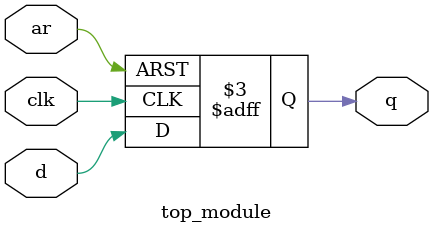
<source format=v>


module top_module (
    input clk,
    input d, 
    input ar,   // asynchronous reset
    output q);
    always @(posedge clk or posedge ar)begin
        if (ar == 1)
            q <= 1'b0;
        else 
            q <= d;
    end
endmodule
</source>
